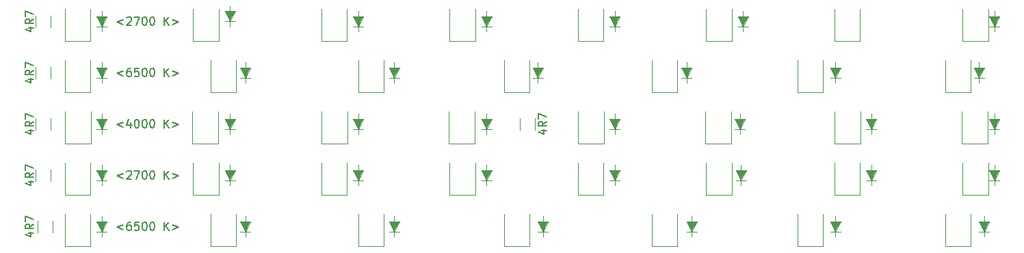
<source format=gbr>
%TF.GenerationSoftware,KiCad,Pcbnew,(5.1.9)-1*%
%TF.CreationDate,2021-11-26T10:49:09-06:00*%
%TF.ProjectId,Tri-Color-Panel,5472692d-436f-46c6-9f72-2d50616e656c,rev?*%
%TF.SameCoordinates,Original*%
%TF.FileFunction,Legend,Top*%
%TF.FilePolarity,Positive*%
%FSLAX46Y46*%
G04 Gerber Fmt 4.6, Leading zero omitted, Abs format (unit mm)*
G04 Created by KiCad (PCBNEW (5.1.9)-1) date 2021-11-26 10:49:09*
%MOMM*%
%LPD*%
G01*
G04 APERTURE LIST*
%ADD10C,0.100000*%
%ADD11C,0.120000*%
%ADD12C,0.150000*%
G04 APERTURE END LIST*
D10*
G36*
X172466000Y-99060000D02*
G01*
X171831000Y-97790000D01*
X173101000Y-97790000D01*
X172466000Y-99060000D01*
G37*
X172466000Y-99060000D02*
X171831000Y-97790000D01*
X173101000Y-97790000D01*
X172466000Y-99060000D01*
D11*
X171831000Y-99060000D02*
X173101000Y-99060000D01*
X172466000Y-97155000D02*
X172466000Y-99695000D01*
D10*
G36*
X172339000Y-92710000D02*
G01*
X171704000Y-91440000D01*
X172974000Y-91440000D01*
X172339000Y-92710000D01*
G37*
X172339000Y-92710000D02*
X171704000Y-91440000D01*
X172974000Y-91440000D01*
X172339000Y-92710000D01*
D11*
X171704000Y-92710000D02*
X172974000Y-92710000D01*
X172339000Y-90805000D02*
X172339000Y-93345000D01*
D12*
X96036190Y-104560714D02*
X95274285Y-104846428D01*
X96036190Y-105132142D01*
X96940952Y-104227380D02*
X96750476Y-104227380D01*
X96655238Y-104275000D01*
X96607619Y-104322619D01*
X96512380Y-104465476D01*
X96464761Y-104655952D01*
X96464761Y-105036904D01*
X96512380Y-105132142D01*
X96560000Y-105179761D01*
X96655238Y-105227380D01*
X96845714Y-105227380D01*
X96940952Y-105179761D01*
X96988571Y-105132142D01*
X97036190Y-105036904D01*
X97036190Y-104798809D01*
X96988571Y-104703571D01*
X96940952Y-104655952D01*
X96845714Y-104608333D01*
X96655238Y-104608333D01*
X96560000Y-104655952D01*
X96512380Y-104703571D01*
X96464761Y-104798809D01*
X97940952Y-104227380D02*
X97464761Y-104227380D01*
X97417142Y-104703571D01*
X97464761Y-104655952D01*
X97560000Y-104608333D01*
X97798095Y-104608333D01*
X97893333Y-104655952D01*
X97940952Y-104703571D01*
X97988571Y-104798809D01*
X97988571Y-105036904D01*
X97940952Y-105132142D01*
X97893333Y-105179761D01*
X97798095Y-105227380D01*
X97560000Y-105227380D01*
X97464761Y-105179761D01*
X97417142Y-105132142D01*
X98607619Y-104227380D02*
X98702857Y-104227380D01*
X98798095Y-104275000D01*
X98845714Y-104322619D01*
X98893333Y-104417857D01*
X98940952Y-104608333D01*
X98940952Y-104846428D01*
X98893333Y-105036904D01*
X98845714Y-105132142D01*
X98798095Y-105179761D01*
X98702857Y-105227380D01*
X98607619Y-105227380D01*
X98512380Y-105179761D01*
X98464761Y-105132142D01*
X98417142Y-105036904D01*
X98369523Y-104846428D01*
X98369523Y-104608333D01*
X98417142Y-104417857D01*
X98464761Y-104322619D01*
X98512380Y-104275000D01*
X98607619Y-104227380D01*
X99560000Y-104227380D02*
X99655238Y-104227380D01*
X99750476Y-104275000D01*
X99798095Y-104322619D01*
X99845714Y-104417857D01*
X99893333Y-104608333D01*
X99893333Y-104846428D01*
X99845714Y-105036904D01*
X99798095Y-105132142D01*
X99750476Y-105179761D01*
X99655238Y-105227380D01*
X99560000Y-105227380D01*
X99464761Y-105179761D01*
X99417142Y-105132142D01*
X99369523Y-105036904D01*
X99321904Y-104846428D01*
X99321904Y-104608333D01*
X99369523Y-104417857D01*
X99417142Y-104322619D01*
X99464761Y-104275000D01*
X99560000Y-104227380D01*
X101083809Y-105227380D02*
X101083809Y-104227380D01*
X101655238Y-105227380D02*
X101226666Y-104655952D01*
X101655238Y-104227380D02*
X101083809Y-104798809D01*
X102083809Y-104560714D02*
X102845714Y-104846428D01*
X102083809Y-105132142D01*
X96036190Y-98210714D02*
X95274285Y-98496428D01*
X96036190Y-98782142D01*
X96464761Y-97972619D02*
X96512380Y-97925000D01*
X96607619Y-97877380D01*
X96845714Y-97877380D01*
X96940952Y-97925000D01*
X96988571Y-97972619D01*
X97036190Y-98067857D01*
X97036190Y-98163095D01*
X96988571Y-98305952D01*
X96417142Y-98877380D01*
X97036190Y-98877380D01*
X97369523Y-97877380D02*
X98036190Y-97877380D01*
X97607619Y-98877380D01*
X98607619Y-97877380D02*
X98702857Y-97877380D01*
X98798095Y-97925000D01*
X98845714Y-97972619D01*
X98893333Y-98067857D01*
X98940952Y-98258333D01*
X98940952Y-98496428D01*
X98893333Y-98686904D01*
X98845714Y-98782142D01*
X98798095Y-98829761D01*
X98702857Y-98877380D01*
X98607619Y-98877380D01*
X98512380Y-98829761D01*
X98464761Y-98782142D01*
X98417142Y-98686904D01*
X98369523Y-98496428D01*
X98369523Y-98258333D01*
X98417142Y-98067857D01*
X98464761Y-97972619D01*
X98512380Y-97925000D01*
X98607619Y-97877380D01*
X99560000Y-97877380D02*
X99655238Y-97877380D01*
X99750476Y-97925000D01*
X99798095Y-97972619D01*
X99845714Y-98067857D01*
X99893333Y-98258333D01*
X99893333Y-98496428D01*
X99845714Y-98686904D01*
X99798095Y-98782142D01*
X99750476Y-98829761D01*
X99655238Y-98877380D01*
X99560000Y-98877380D01*
X99464761Y-98829761D01*
X99417142Y-98782142D01*
X99369523Y-98686904D01*
X99321904Y-98496428D01*
X99321904Y-98258333D01*
X99369523Y-98067857D01*
X99417142Y-97972619D01*
X99464761Y-97925000D01*
X99560000Y-97877380D01*
X101083809Y-98877380D02*
X101083809Y-97877380D01*
X101655238Y-98877380D02*
X101226666Y-98305952D01*
X101655238Y-97877380D02*
X101083809Y-98448809D01*
X102083809Y-98210714D02*
X102845714Y-98496428D01*
X102083809Y-98782142D01*
X96036190Y-91860714D02*
X95274285Y-92146428D01*
X96036190Y-92432142D01*
X96940952Y-91860714D02*
X96940952Y-92527380D01*
X96702857Y-91479761D02*
X96464761Y-92194047D01*
X97083809Y-92194047D01*
X97655238Y-91527380D02*
X97750476Y-91527380D01*
X97845714Y-91575000D01*
X97893333Y-91622619D01*
X97940952Y-91717857D01*
X97988571Y-91908333D01*
X97988571Y-92146428D01*
X97940952Y-92336904D01*
X97893333Y-92432142D01*
X97845714Y-92479761D01*
X97750476Y-92527380D01*
X97655238Y-92527380D01*
X97560000Y-92479761D01*
X97512380Y-92432142D01*
X97464761Y-92336904D01*
X97417142Y-92146428D01*
X97417142Y-91908333D01*
X97464761Y-91717857D01*
X97512380Y-91622619D01*
X97560000Y-91575000D01*
X97655238Y-91527380D01*
X98607619Y-91527380D02*
X98702857Y-91527380D01*
X98798095Y-91575000D01*
X98845714Y-91622619D01*
X98893333Y-91717857D01*
X98940952Y-91908333D01*
X98940952Y-92146428D01*
X98893333Y-92336904D01*
X98845714Y-92432142D01*
X98798095Y-92479761D01*
X98702857Y-92527380D01*
X98607619Y-92527380D01*
X98512380Y-92479761D01*
X98464761Y-92432142D01*
X98417142Y-92336904D01*
X98369523Y-92146428D01*
X98369523Y-91908333D01*
X98417142Y-91717857D01*
X98464761Y-91622619D01*
X98512380Y-91575000D01*
X98607619Y-91527380D01*
X99560000Y-91527380D02*
X99655238Y-91527380D01*
X99750476Y-91575000D01*
X99798095Y-91622619D01*
X99845714Y-91717857D01*
X99893333Y-91908333D01*
X99893333Y-92146428D01*
X99845714Y-92336904D01*
X99798095Y-92432142D01*
X99750476Y-92479761D01*
X99655238Y-92527380D01*
X99560000Y-92527380D01*
X99464761Y-92479761D01*
X99417142Y-92432142D01*
X99369523Y-92336904D01*
X99321904Y-92146428D01*
X99321904Y-91908333D01*
X99369523Y-91717857D01*
X99417142Y-91622619D01*
X99464761Y-91575000D01*
X99560000Y-91527380D01*
X101083809Y-92527380D02*
X101083809Y-91527380D01*
X101655238Y-92527380D02*
X101226666Y-91955952D01*
X101655238Y-91527380D02*
X101083809Y-92098809D01*
X102083809Y-91860714D02*
X102845714Y-92146428D01*
X102083809Y-92432142D01*
X96036190Y-85510714D02*
X95274285Y-85796428D01*
X96036190Y-86082142D01*
X96940952Y-85177380D02*
X96750476Y-85177380D01*
X96655238Y-85225000D01*
X96607619Y-85272619D01*
X96512380Y-85415476D01*
X96464761Y-85605952D01*
X96464761Y-85986904D01*
X96512380Y-86082142D01*
X96560000Y-86129761D01*
X96655238Y-86177380D01*
X96845714Y-86177380D01*
X96940952Y-86129761D01*
X96988571Y-86082142D01*
X97036190Y-85986904D01*
X97036190Y-85748809D01*
X96988571Y-85653571D01*
X96940952Y-85605952D01*
X96845714Y-85558333D01*
X96655238Y-85558333D01*
X96560000Y-85605952D01*
X96512380Y-85653571D01*
X96464761Y-85748809D01*
X97940952Y-85177380D02*
X97464761Y-85177380D01*
X97417142Y-85653571D01*
X97464761Y-85605952D01*
X97560000Y-85558333D01*
X97798095Y-85558333D01*
X97893333Y-85605952D01*
X97940952Y-85653571D01*
X97988571Y-85748809D01*
X97988571Y-85986904D01*
X97940952Y-86082142D01*
X97893333Y-86129761D01*
X97798095Y-86177380D01*
X97560000Y-86177380D01*
X97464761Y-86129761D01*
X97417142Y-86082142D01*
X98607619Y-85177380D02*
X98702857Y-85177380D01*
X98798095Y-85225000D01*
X98845714Y-85272619D01*
X98893333Y-85367857D01*
X98940952Y-85558333D01*
X98940952Y-85796428D01*
X98893333Y-85986904D01*
X98845714Y-86082142D01*
X98798095Y-86129761D01*
X98702857Y-86177380D01*
X98607619Y-86177380D01*
X98512380Y-86129761D01*
X98464761Y-86082142D01*
X98417142Y-85986904D01*
X98369523Y-85796428D01*
X98369523Y-85558333D01*
X98417142Y-85367857D01*
X98464761Y-85272619D01*
X98512380Y-85225000D01*
X98607619Y-85177380D01*
X99560000Y-85177380D02*
X99655238Y-85177380D01*
X99750476Y-85225000D01*
X99798095Y-85272619D01*
X99845714Y-85367857D01*
X99893333Y-85558333D01*
X99893333Y-85796428D01*
X99845714Y-85986904D01*
X99798095Y-86082142D01*
X99750476Y-86129761D01*
X99655238Y-86177380D01*
X99560000Y-86177380D01*
X99464761Y-86129761D01*
X99417142Y-86082142D01*
X99369523Y-85986904D01*
X99321904Y-85796428D01*
X99321904Y-85558333D01*
X99369523Y-85367857D01*
X99417142Y-85272619D01*
X99464761Y-85225000D01*
X99560000Y-85177380D01*
X101083809Y-86177380D02*
X101083809Y-85177380D01*
X101655238Y-86177380D02*
X101226666Y-85605952D01*
X101655238Y-85177380D02*
X101083809Y-85748809D01*
X102083809Y-85510714D02*
X102845714Y-85796428D01*
X102083809Y-86082142D01*
X96036190Y-79160714D02*
X95274285Y-79446428D01*
X96036190Y-79732142D01*
X96464761Y-78922619D02*
X96512380Y-78875000D01*
X96607619Y-78827380D01*
X96845714Y-78827380D01*
X96940952Y-78875000D01*
X96988571Y-78922619D01*
X97036190Y-79017857D01*
X97036190Y-79113095D01*
X96988571Y-79255952D01*
X96417142Y-79827380D01*
X97036190Y-79827380D01*
X97369523Y-78827380D02*
X98036190Y-78827380D01*
X97607619Y-79827380D01*
X98607619Y-78827380D02*
X98702857Y-78827380D01*
X98798095Y-78875000D01*
X98845714Y-78922619D01*
X98893333Y-79017857D01*
X98940952Y-79208333D01*
X98940952Y-79446428D01*
X98893333Y-79636904D01*
X98845714Y-79732142D01*
X98798095Y-79779761D01*
X98702857Y-79827380D01*
X98607619Y-79827380D01*
X98512380Y-79779761D01*
X98464761Y-79732142D01*
X98417142Y-79636904D01*
X98369523Y-79446428D01*
X98369523Y-79208333D01*
X98417142Y-79017857D01*
X98464761Y-78922619D01*
X98512380Y-78875000D01*
X98607619Y-78827380D01*
X99560000Y-78827380D02*
X99655238Y-78827380D01*
X99750476Y-78875000D01*
X99798095Y-78922619D01*
X99845714Y-79017857D01*
X99893333Y-79208333D01*
X99893333Y-79446428D01*
X99845714Y-79636904D01*
X99798095Y-79732142D01*
X99750476Y-79779761D01*
X99655238Y-79827380D01*
X99560000Y-79827380D01*
X99464761Y-79779761D01*
X99417142Y-79732142D01*
X99369523Y-79636904D01*
X99321904Y-79446428D01*
X99321904Y-79208333D01*
X99369523Y-79017857D01*
X99417142Y-78922619D01*
X99464761Y-78875000D01*
X99560000Y-78827380D01*
X101083809Y-79827380D02*
X101083809Y-78827380D01*
X101655238Y-79827380D02*
X101226666Y-79255952D01*
X101655238Y-78827380D02*
X101083809Y-79398809D01*
X102083809Y-79160714D02*
X102845714Y-79446428D01*
X102083809Y-79732142D01*
D11*
X201930000Y-105410000D02*
X203200000Y-105410000D01*
D10*
G36*
X202565000Y-105410000D02*
G01*
X201930000Y-104140000D01*
X203200000Y-104140000D01*
X202565000Y-105410000D01*
G37*
X202565000Y-105410000D02*
X201930000Y-104140000D01*
X203200000Y-104140000D01*
X202565000Y-105410000D01*
D11*
X202565000Y-103505000D02*
X202565000Y-106045000D01*
X203200000Y-80010000D02*
X204470000Y-80010000D01*
D10*
G36*
X203835000Y-80010000D02*
G01*
X203200000Y-78740000D01*
X204470000Y-78740000D01*
X203835000Y-80010000D01*
G37*
X203835000Y-80010000D02*
X203200000Y-78740000D01*
X204470000Y-78740000D01*
X203835000Y-80010000D01*
D11*
X203835000Y-78105000D02*
X203835000Y-80645000D01*
X201295000Y-86360000D02*
X202565000Y-86360000D01*
D10*
G36*
X201930000Y-86360000D02*
G01*
X201295000Y-85090000D01*
X202565000Y-85090000D01*
X201930000Y-86360000D01*
G37*
X201930000Y-86360000D02*
X201295000Y-85090000D01*
X202565000Y-85090000D01*
X201930000Y-86360000D01*
D11*
X201930000Y-84455000D02*
X201930000Y-86995000D01*
X203200000Y-92710000D02*
X204470000Y-92710000D01*
D10*
G36*
X203835000Y-92710000D02*
G01*
X203200000Y-91440000D01*
X204470000Y-91440000D01*
X203835000Y-92710000D01*
G37*
X203835000Y-92710000D02*
X203200000Y-91440000D01*
X204470000Y-91440000D01*
X203835000Y-92710000D01*
D11*
X203835000Y-90805000D02*
X203835000Y-93345000D01*
X203200000Y-99060000D02*
X204470000Y-99060000D01*
D10*
G36*
X203835000Y-99060000D02*
G01*
X203200000Y-97790000D01*
X204470000Y-97790000D01*
X203835000Y-99060000D01*
G37*
X203835000Y-99060000D02*
X203200000Y-97790000D01*
X204470000Y-97790000D01*
X203835000Y-99060000D01*
D11*
X203835000Y-97155000D02*
X203835000Y-99695000D01*
X183515000Y-105410000D02*
X184785000Y-105410000D01*
D10*
G36*
X184150000Y-105410000D02*
G01*
X183515000Y-104140000D01*
X184785000Y-104140000D01*
X184150000Y-105410000D01*
G37*
X184150000Y-105410000D02*
X183515000Y-104140000D01*
X184785000Y-104140000D01*
X184150000Y-105410000D01*
D11*
X184150000Y-103505000D02*
X184150000Y-106045000D01*
X187960000Y-99060000D02*
X189230000Y-99060000D01*
D10*
G36*
X188595000Y-99060000D02*
G01*
X187960000Y-97790000D01*
X189230000Y-97790000D01*
X188595000Y-99060000D01*
G37*
X188595000Y-99060000D02*
X187960000Y-97790000D01*
X189230000Y-97790000D01*
X188595000Y-99060000D01*
D11*
X188595000Y-97155000D02*
X188595000Y-99695000D01*
X187960000Y-92710000D02*
X189230000Y-92710000D01*
D10*
G36*
X188595000Y-92710000D02*
G01*
X187960000Y-91440000D01*
X189230000Y-91440000D01*
X188595000Y-92710000D01*
G37*
X188595000Y-92710000D02*
X187960000Y-91440000D01*
X189230000Y-91440000D01*
X188595000Y-92710000D01*
D11*
X188595000Y-90805000D02*
X188595000Y-93345000D01*
X183515000Y-86360000D02*
X184785000Y-86360000D01*
D10*
G36*
X184150000Y-86360000D02*
G01*
X183515000Y-85090000D01*
X184785000Y-85090000D01*
X184150000Y-86360000D01*
G37*
X184150000Y-86360000D02*
X183515000Y-85090000D01*
X184785000Y-85090000D01*
X184150000Y-86360000D01*
D11*
X184150000Y-84455000D02*
X184150000Y-86995000D01*
X146685000Y-86360000D02*
X147955000Y-86360000D01*
D10*
G36*
X147320000Y-86360000D02*
G01*
X146685000Y-85090000D01*
X147955000Y-85090000D01*
X147320000Y-86360000D01*
G37*
X147320000Y-86360000D02*
X146685000Y-85090000D01*
X147955000Y-85090000D01*
X147320000Y-86360000D01*
D11*
X147320000Y-84455000D02*
X147320000Y-86995000D01*
X172085000Y-80010000D02*
X173355000Y-80010000D01*
D10*
G36*
X172720000Y-80010000D02*
G01*
X172085000Y-78740000D01*
X173355000Y-78740000D01*
X172720000Y-80010000D01*
G37*
X172720000Y-80010000D02*
X172085000Y-78740000D01*
X173355000Y-78740000D01*
X172720000Y-80010000D01*
D11*
X172720000Y-78105000D02*
X172720000Y-80645000D01*
X165100000Y-86360000D02*
X166370000Y-86360000D01*
D10*
G36*
X165735000Y-86360000D02*
G01*
X165100000Y-85090000D01*
X166370000Y-85090000D01*
X165735000Y-86360000D01*
G37*
X165735000Y-86360000D02*
X165100000Y-85090000D01*
X166370000Y-85090000D01*
X165735000Y-86360000D01*
D11*
X165735000Y-84455000D02*
X165735000Y-86995000D01*
X156210000Y-80010000D02*
X157480000Y-80010000D01*
D10*
G36*
X156845000Y-80010000D02*
G01*
X156210000Y-78740000D01*
X157480000Y-78740000D01*
X156845000Y-80010000D01*
G37*
X156845000Y-80010000D02*
X156210000Y-78740000D01*
X157480000Y-78740000D01*
X156845000Y-80010000D01*
D11*
X156845000Y-78105000D02*
X156845000Y-80645000D01*
X140335000Y-80010000D02*
X141605000Y-80010000D01*
D10*
G36*
X140970000Y-80010000D02*
G01*
X140335000Y-78740000D01*
X141605000Y-78740000D01*
X140970000Y-80010000D01*
G37*
X140970000Y-80010000D02*
X140335000Y-78740000D01*
X141605000Y-78740000D01*
X140970000Y-80010000D01*
D11*
X140970000Y-78105000D02*
X140970000Y-80645000D01*
X156210000Y-92710000D02*
X157480000Y-92710000D01*
D10*
G36*
X156845000Y-92710000D02*
G01*
X156210000Y-91440000D01*
X157480000Y-91440000D01*
X156845000Y-92710000D01*
G37*
X156845000Y-92710000D02*
X156210000Y-91440000D01*
X157480000Y-91440000D01*
X156845000Y-92710000D01*
D11*
X156845000Y-90805000D02*
X156845000Y-93345000D01*
X156210000Y-99060000D02*
X157480000Y-99060000D01*
D10*
G36*
X156845000Y-99060000D02*
G01*
X156210000Y-97790000D01*
X157480000Y-97790000D01*
X156845000Y-99060000D01*
G37*
X156845000Y-99060000D02*
X156210000Y-97790000D01*
X157480000Y-97790000D01*
X156845000Y-99060000D01*
D11*
X156845000Y-97155000D02*
X156845000Y-99695000D01*
X165735000Y-105410000D02*
X167005000Y-105410000D01*
D10*
G36*
X166370000Y-105410000D02*
G01*
X165735000Y-104140000D01*
X167005000Y-104140000D01*
X166370000Y-105410000D01*
G37*
X166370000Y-105410000D02*
X165735000Y-104140000D01*
X167005000Y-104140000D01*
X166370000Y-105410000D01*
D11*
X166370000Y-103505000D02*
X166370000Y-106045000D01*
X147320000Y-105410000D02*
X148590000Y-105410000D01*
D10*
G36*
X147955000Y-105410000D02*
G01*
X147320000Y-104140000D01*
X148590000Y-104140000D01*
X147955000Y-105410000D01*
G37*
X147955000Y-105410000D02*
X147320000Y-104140000D01*
X148590000Y-104140000D01*
X147955000Y-105410000D01*
D11*
X147955000Y-103505000D02*
X147955000Y-106045000D01*
X92710000Y-105410000D02*
X93980000Y-105410000D01*
D10*
G36*
X93345000Y-105410000D02*
G01*
X92710000Y-104140000D01*
X93980000Y-104140000D01*
X93345000Y-105410000D01*
G37*
X93345000Y-105410000D02*
X92710000Y-104140000D01*
X93980000Y-104140000D01*
X93345000Y-105410000D01*
D11*
X93345000Y-103505000D02*
X93345000Y-106045000D01*
X140335000Y-92710000D02*
X141605000Y-92710000D01*
D10*
G36*
X140970000Y-92710000D02*
G01*
X140335000Y-91440000D01*
X141605000Y-91440000D01*
X140970000Y-92710000D01*
G37*
X140970000Y-92710000D02*
X140335000Y-91440000D01*
X141605000Y-91440000D01*
X140970000Y-92710000D01*
D11*
X140970000Y-90805000D02*
X140970000Y-93345000D01*
X140335000Y-99060000D02*
X141605000Y-99060000D01*
D10*
G36*
X140970000Y-99060000D02*
G01*
X140335000Y-97790000D01*
X141605000Y-97790000D01*
X140970000Y-99060000D01*
G37*
X140970000Y-99060000D02*
X140335000Y-97790000D01*
X141605000Y-97790000D01*
X140970000Y-99060000D01*
D11*
X140970000Y-97155000D02*
X140970000Y-99695000D01*
X128905000Y-105410000D02*
X130175000Y-105410000D01*
D10*
G36*
X129540000Y-105410000D02*
G01*
X128905000Y-104140000D01*
X130175000Y-104140000D01*
X129540000Y-105410000D01*
G37*
X129540000Y-105410000D02*
X128905000Y-104140000D01*
X130175000Y-104140000D01*
X129540000Y-105410000D01*
D11*
X129540000Y-103505000D02*
X129540000Y-106045000D01*
X124460000Y-99060000D02*
X125730000Y-99060000D01*
D10*
G36*
X125095000Y-99060000D02*
G01*
X124460000Y-97790000D01*
X125730000Y-97790000D01*
X125095000Y-99060000D01*
G37*
X125095000Y-99060000D02*
X124460000Y-97790000D01*
X125730000Y-97790000D01*
X125095000Y-99060000D01*
D11*
X125095000Y-97155000D02*
X125095000Y-99695000D01*
X124460000Y-92710000D02*
X125730000Y-92710000D01*
D10*
G36*
X125095000Y-92710000D02*
G01*
X124460000Y-91440000D01*
X125730000Y-91440000D01*
X125095000Y-92710000D01*
G37*
X125095000Y-92710000D02*
X124460000Y-91440000D01*
X125730000Y-91440000D01*
X125095000Y-92710000D01*
D11*
X125095000Y-90805000D02*
X125095000Y-93345000D01*
X128905000Y-86360000D02*
X130175000Y-86360000D01*
D10*
G36*
X129540000Y-86360000D02*
G01*
X128905000Y-85090000D01*
X130175000Y-85090000D01*
X129540000Y-86360000D01*
G37*
X129540000Y-86360000D02*
X128905000Y-85090000D01*
X130175000Y-85090000D01*
X129540000Y-86360000D01*
D11*
X129540000Y-84455000D02*
X129540000Y-86995000D01*
X124460000Y-80010000D02*
X125730000Y-80010000D01*
D10*
G36*
X125095000Y-80010000D02*
G01*
X124460000Y-78740000D01*
X125730000Y-78740000D01*
X125095000Y-80010000D01*
G37*
X125095000Y-80010000D02*
X124460000Y-78740000D01*
X125730000Y-78740000D01*
X125095000Y-80010000D01*
D11*
X125095000Y-78105000D02*
X125095000Y-80645000D01*
X108585000Y-79375000D02*
X109855000Y-79375000D01*
D10*
G36*
X109220000Y-79375000D02*
G01*
X108585000Y-78105000D01*
X109855000Y-78105000D01*
X109220000Y-79375000D01*
G37*
X109220000Y-79375000D02*
X108585000Y-78105000D01*
X109855000Y-78105000D01*
X109220000Y-79375000D01*
D11*
X109220000Y-77470000D02*
X109220000Y-80010000D01*
X110490000Y-86360000D02*
X111760000Y-86360000D01*
D10*
G36*
X111125000Y-86360000D02*
G01*
X110490000Y-85090000D01*
X111760000Y-85090000D01*
X111125000Y-86360000D01*
G37*
X111125000Y-86360000D02*
X110490000Y-85090000D01*
X111760000Y-85090000D01*
X111125000Y-86360000D01*
D11*
X111125000Y-84455000D02*
X111125000Y-86995000D01*
X108585000Y-92710000D02*
X109855000Y-92710000D01*
D10*
G36*
X109220000Y-92710000D02*
G01*
X108585000Y-91440000D01*
X109855000Y-91440000D01*
X109220000Y-92710000D01*
G37*
X109220000Y-92710000D02*
X108585000Y-91440000D01*
X109855000Y-91440000D01*
X109220000Y-92710000D01*
D11*
X109220000Y-90805000D02*
X109220000Y-93345000D01*
X108585000Y-99060000D02*
X109855000Y-99060000D01*
D10*
G36*
X109220000Y-99060000D02*
G01*
X108585000Y-97790000D01*
X109855000Y-97790000D01*
X109220000Y-99060000D01*
G37*
X109220000Y-99060000D02*
X108585000Y-97790000D01*
X109855000Y-97790000D01*
X109220000Y-99060000D01*
D11*
X109220000Y-97155000D02*
X109220000Y-99695000D01*
X110490000Y-105410000D02*
X111760000Y-105410000D01*
D10*
G36*
X111125000Y-105410000D02*
G01*
X110490000Y-104140000D01*
X111760000Y-104140000D01*
X111125000Y-105410000D01*
G37*
X111125000Y-105410000D02*
X110490000Y-104140000D01*
X111760000Y-104140000D01*
X111125000Y-105410000D01*
D11*
X111125000Y-103505000D02*
X111125000Y-106045000D01*
X92710000Y-99060000D02*
X93980000Y-99060000D01*
D10*
G36*
X93345000Y-99060000D02*
G01*
X92710000Y-97790000D01*
X93980000Y-97790000D01*
X93345000Y-99060000D01*
G37*
X93345000Y-99060000D02*
X92710000Y-97790000D01*
X93980000Y-97790000D01*
X93345000Y-99060000D01*
D11*
X93345000Y-97155000D02*
X93345000Y-99695000D01*
X92710000Y-92710000D02*
X93980000Y-92710000D01*
D10*
G36*
X93345000Y-92710000D02*
G01*
X92710000Y-91440000D01*
X93980000Y-91440000D01*
X93345000Y-92710000D01*
G37*
X93345000Y-92710000D02*
X92710000Y-91440000D01*
X93980000Y-91440000D01*
X93345000Y-92710000D01*
D11*
X93345000Y-90805000D02*
X93345000Y-93345000D01*
X92710000Y-86360000D02*
X93980000Y-86360000D01*
D10*
G36*
X93345000Y-86360000D02*
G01*
X92710000Y-85090000D01*
X93980000Y-85090000D01*
X93345000Y-86360000D01*
G37*
X93345000Y-86360000D02*
X92710000Y-85090000D01*
X93980000Y-85090000D01*
X93345000Y-86360000D01*
D11*
X93345000Y-84455000D02*
X93345000Y-86995000D01*
X93345000Y-78105000D02*
X93345000Y-80645000D01*
X92710000Y-80010000D02*
X93980000Y-80010000D01*
D10*
G36*
X93345000Y-80010000D02*
G01*
X92710000Y-78740000D01*
X93980000Y-78740000D01*
X93345000Y-80010000D01*
G37*
X93345000Y-80010000D02*
X92710000Y-78740000D01*
X93980000Y-78740000D01*
X93345000Y-80010000D01*
D11*
%TO.C,D1*%
X91972500Y-81835000D02*
X91972500Y-77775000D01*
X88802500Y-81835000D02*
X91972500Y-81835000D01*
X88802500Y-77775000D02*
X88802500Y-81835000D01*
%TO.C,D2*%
X107847500Y-81835000D02*
X107847500Y-77775000D01*
X104677500Y-81835000D02*
X107847500Y-81835000D01*
X104677500Y-77775000D02*
X104677500Y-81835000D01*
%TO.C,D3*%
X120552500Y-77775000D02*
X120552500Y-81835000D01*
X120552500Y-81835000D02*
X123722500Y-81835000D01*
X123722500Y-81835000D02*
X123722500Y-77775000D01*
%TO.C,D4*%
X139597500Y-81835000D02*
X139597500Y-77775000D01*
X136427500Y-81835000D02*
X139597500Y-81835000D01*
X136427500Y-77775000D02*
X136427500Y-81835000D01*
%TO.C,D5*%
X152302500Y-77775000D02*
X152302500Y-81835000D01*
X152302500Y-81835000D02*
X155472500Y-81835000D01*
X155472500Y-81835000D02*
X155472500Y-77775000D01*
%TO.C,D6*%
X171347500Y-81835000D02*
X171347500Y-77775000D01*
X168177500Y-81835000D02*
X171347500Y-81835000D01*
X168177500Y-77775000D02*
X168177500Y-81835000D01*
%TO.C,D7*%
X184052500Y-77775000D02*
X184052500Y-81835000D01*
X184052500Y-81835000D02*
X187222500Y-81835000D01*
X187222500Y-81835000D02*
X187222500Y-77775000D01*
%TO.C,D8*%
X203097500Y-81835000D02*
X203097500Y-77775000D01*
X199927500Y-81835000D02*
X203097500Y-81835000D01*
X199927500Y-77775000D02*
X199927500Y-81835000D01*
%TO.C,D9*%
X91972500Y-100885000D02*
X91972500Y-96825000D01*
X88802500Y-100885000D02*
X91972500Y-100885000D01*
X88802500Y-96825000D02*
X88802500Y-100885000D01*
%TO.C,D10*%
X104677500Y-96825000D02*
X104677500Y-100885000D01*
X104677500Y-100885000D02*
X107847500Y-100885000D01*
X107847500Y-100885000D02*
X107847500Y-96825000D01*
%TO.C,D11*%
X123722500Y-100885000D02*
X123722500Y-96825000D01*
X120552500Y-100885000D02*
X123722500Y-100885000D01*
X120552500Y-96825000D02*
X120552500Y-100885000D01*
%TO.C,D12*%
X139597500Y-100885000D02*
X139597500Y-96825000D01*
X136427500Y-100885000D02*
X139597500Y-100885000D01*
X136427500Y-96825000D02*
X136427500Y-100885000D01*
%TO.C,D13*%
X152302500Y-96825000D02*
X152302500Y-100885000D01*
X152302500Y-100885000D02*
X155472500Y-100885000D01*
X155472500Y-100885000D02*
X155472500Y-96825000D01*
%TO.C,D14*%
X168177500Y-96825000D02*
X168177500Y-100885000D01*
X168177500Y-100885000D02*
X171347500Y-100885000D01*
X171347500Y-100885000D02*
X171347500Y-96825000D01*
%TO.C,D15*%
X187222500Y-100885000D02*
X187222500Y-96825000D01*
X184052500Y-100885000D02*
X187222500Y-100885000D01*
X184052500Y-96825000D02*
X184052500Y-100885000D01*
%TO.C,D16*%
X199927500Y-96825000D02*
X199927500Y-100885000D01*
X199927500Y-100885000D02*
X203097500Y-100885000D01*
X203097500Y-100885000D02*
X203097500Y-96825000D01*
%TO.C,D17*%
X88802500Y-84125000D02*
X88802500Y-88185000D01*
X88802500Y-88185000D02*
X91972500Y-88185000D01*
X91972500Y-88185000D02*
X91972500Y-84125000D01*
%TO.C,D18*%
X106836500Y-84125000D02*
X106836500Y-88185000D01*
X106836500Y-88185000D02*
X110006500Y-88185000D01*
X110006500Y-88185000D02*
X110006500Y-84125000D01*
%TO.C,D19*%
X125124500Y-84125000D02*
X125124500Y-88185000D01*
X125124500Y-88185000D02*
X128294500Y-88185000D01*
X128294500Y-88185000D02*
X128294500Y-84125000D01*
%TO.C,D20*%
X143158500Y-84125000D02*
X143158500Y-88185000D01*
X143158500Y-88185000D02*
X146328500Y-88185000D01*
X146328500Y-88185000D02*
X146328500Y-84125000D01*
%TO.C,D21*%
X164616500Y-88185000D02*
X164616500Y-84125000D01*
X161446500Y-88185000D02*
X164616500Y-88185000D01*
X161446500Y-84125000D02*
X161446500Y-88185000D01*
%TO.C,D22*%
X179480500Y-84125000D02*
X179480500Y-88185000D01*
X179480500Y-88185000D02*
X182650500Y-88185000D01*
X182650500Y-88185000D02*
X182650500Y-84125000D01*
%TO.C,D23*%
X200938500Y-88185000D02*
X200938500Y-84125000D01*
X197768500Y-88185000D02*
X200938500Y-88185000D01*
X197768500Y-84125000D02*
X197768500Y-88185000D01*
%TO.C,D24*%
X91972500Y-107235000D02*
X91972500Y-103175000D01*
X88802500Y-107235000D02*
X91972500Y-107235000D01*
X88802500Y-103175000D02*
X88802500Y-107235000D01*
%TO.C,D25*%
X106836500Y-103175000D02*
X106836500Y-107235000D01*
X106836500Y-107235000D02*
X110006500Y-107235000D01*
X110006500Y-107235000D02*
X110006500Y-103175000D01*
%TO.C,D26*%
X128294500Y-107235000D02*
X128294500Y-103175000D01*
X125124500Y-107235000D02*
X128294500Y-107235000D01*
X125124500Y-103175000D02*
X125124500Y-107235000D01*
%TO.C,D27*%
X143158500Y-103175000D02*
X143158500Y-107235000D01*
X143158500Y-107235000D02*
X146328500Y-107235000D01*
X146328500Y-107235000D02*
X146328500Y-103175000D01*
%TO.C,D28*%
X164616500Y-107235000D02*
X164616500Y-103175000D01*
X161446500Y-107235000D02*
X164616500Y-107235000D01*
X161446500Y-103175000D02*
X161446500Y-107235000D01*
%TO.C,D29*%
X179480500Y-103175000D02*
X179480500Y-107235000D01*
X179480500Y-107235000D02*
X182650500Y-107235000D01*
X182650500Y-107235000D02*
X182650500Y-103175000D01*
%TO.C,D30*%
X200938500Y-107235000D02*
X200938500Y-103175000D01*
X197768500Y-107235000D02*
X200938500Y-107235000D01*
X197768500Y-103175000D02*
X197768500Y-107235000D01*
%TO.C,D31*%
X92009000Y-94535000D02*
X92009000Y-90475000D01*
X88839000Y-94535000D02*
X92009000Y-94535000D01*
X88839000Y-90475000D02*
X88839000Y-94535000D01*
%TO.C,D32*%
X104587000Y-90475000D02*
X104587000Y-94535000D01*
X104587000Y-94535000D02*
X107757000Y-94535000D01*
X107757000Y-94535000D02*
X107757000Y-90475000D01*
%TO.C,D33*%
X123759000Y-94535000D02*
X123759000Y-90475000D01*
X120589000Y-94535000D02*
X123759000Y-94535000D01*
X120589000Y-90475000D02*
X120589000Y-94535000D01*
%TO.C,D34*%
X136337000Y-90475000D02*
X136337000Y-94535000D01*
X136337000Y-94535000D02*
X139507000Y-94535000D01*
X139507000Y-94535000D02*
X139507000Y-90475000D01*
%TO.C,D35*%
X152339000Y-90475000D02*
X152339000Y-94535000D01*
X152339000Y-94535000D02*
X155509000Y-94535000D01*
X155509000Y-94535000D02*
X155509000Y-90475000D01*
%TO.C,D36*%
X171257000Y-94535000D02*
X171257000Y-90475000D01*
X168087000Y-94535000D02*
X171257000Y-94535000D01*
X168087000Y-90475000D02*
X168087000Y-94535000D01*
%TO.C,D37*%
X184089000Y-90475000D02*
X184089000Y-94535000D01*
X184089000Y-94535000D02*
X187259000Y-94535000D01*
X187259000Y-94535000D02*
X187259000Y-90475000D01*
%TO.C,D38*%
X203007000Y-94535000D02*
X203007000Y-90475000D01*
X199837000Y-94535000D02*
X203007000Y-94535000D01*
X199837000Y-90475000D02*
X199837000Y-94535000D01*
%TO.C,R1*%
X87016000Y-80102064D02*
X87016000Y-78647936D01*
X85196000Y-80102064D02*
X85196000Y-78647936D01*
%TO.C,R2*%
X85196000Y-99152064D02*
X85196000Y-97697936D01*
X87016000Y-99152064D02*
X87016000Y-97697936D01*
%TO.C,R3*%
X87016000Y-86452064D02*
X87016000Y-84997936D01*
X85196000Y-86452064D02*
X85196000Y-84997936D01*
%TO.C,R4*%
X85450000Y-105502064D02*
X85450000Y-104047936D01*
X87270000Y-105502064D02*
X87270000Y-104047936D01*
%TO.C,R5*%
X87016000Y-92802064D02*
X87016000Y-91347936D01*
X85196000Y-92802064D02*
X85196000Y-91347936D01*
%TO.C,R6*%
X145140000Y-92802064D02*
X145140000Y-91347936D01*
X146960000Y-92802064D02*
X146960000Y-91347936D01*
%TO.C,R1*%
D12*
X84240714Y-80160714D02*
X84907380Y-80160714D01*
X83859761Y-80398809D02*
X84574047Y-80636904D01*
X84574047Y-80017857D01*
X84907380Y-79065476D02*
X84431190Y-79398809D01*
X84907380Y-79636904D02*
X83907380Y-79636904D01*
X83907380Y-79255952D01*
X83955000Y-79160714D01*
X84002619Y-79113095D01*
X84097857Y-79065476D01*
X84240714Y-79065476D01*
X84335952Y-79113095D01*
X84383571Y-79160714D01*
X84431190Y-79255952D01*
X84431190Y-79636904D01*
X83907380Y-78732142D02*
X83907380Y-78065476D01*
X84907380Y-78494047D01*
%TO.C,R2*%
X84240714Y-99210714D02*
X84907380Y-99210714D01*
X83859761Y-99448809D02*
X84574047Y-99686904D01*
X84574047Y-99067857D01*
X84907380Y-98115476D02*
X84431190Y-98448809D01*
X84907380Y-98686904D02*
X83907380Y-98686904D01*
X83907380Y-98305952D01*
X83955000Y-98210714D01*
X84002619Y-98163095D01*
X84097857Y-98115476D01*
X84240714Y-98115476D01*
X84335952Y-98163095D01*
X84383571Y-98210714D01*
X84431190Y-98305952D01*
X84431190Y-98686904D01*
X83907380Y-97782142D02*
X83907380Y-97115476D01*
X84907380Y-97544047D01*
%TO.C,R3*%
X84240714Y-86510714D02*
X84907380Y-86510714D01*
X83859761Y-86748809D02*
X84574047Y-86986904D01*
X84574047Y-86367857D01*
X84907380Y-85415476D02*
X84431190Y-85748809D01*
X84907380Y-85986904D02*
X83907380Y-85986904D01*
X83907380Y-85605952D01*
X83955000Y-85510714D01*
X84002619Y-85463095D01*
X84097857Y-85415476D01*
X84240714Y-85415476D01*
X84335952Y-85463095D01*
X84383571Y-85510714D01*
X84431190Y-85605952D01*
X84431190Y-85986904D01*
X83907380Y-85082142D02*
X83907380Y-84415476D01*
X84907380Y-84844047D01*
%TO.C,R4*%
X84240714Y-105560714D02*
X84907380Y-105560714D01*
X83859761Y-105798809D02*
X84574047Y-106036904D01*
X84574047Y-105417857D01*
X84907380Y-104465476D02*
X84431190Y-104798809D01*
X84907380Y-105036904D02*
X83907380Y-105036904D01*
X83907380Y-104655952D01*
X83955000Y-104560714D01*
X84002619Y-104513095D01*
X84097857Y-104465476D01*
X84240714Y-104465476D01*
X84335952Y-104513095D01*
X84383571Y-104560714D01*
X84431190Y-104655952D01*
X84431190Y-105036904D01*
X83907380Y-104132142D02*
X83907380Y-103465476D01*
X84907380Y-103894047D01*
%TO.C,R5*%
X84240714Y-92860714D02*
X84907380Y-92860714D01*
X83859761Y-93098809D02*
X84574047Y-93336904D01*
X84574047Y-92717857D01*
X84907380Y-91765476D02*
X84431190Y-92098809D01*
X84907380Y-92336904D02*
X83907380Y-92336904D01*
X83907380Y-91955952D01*
X83955000Y-91860714D01*
X84002619Y-91813095D01*
X84097857Y-91765476D01*
X84240714Y-91765476D01*
X84335952Y-91813095D01*
X84383571Y-91860714D01*
X84431190Y-91955952D01*
X84431190Y-92336904D01*
X83907380Y-91432142D02*
X83907380Y-90765476D01*
X84907380Y-91194047D01*
%TO.C,R6*%
X147740714Y-92860714D02*
X148407380Y-92860714D01*
X147359761Y-93098809D02*
X148074047Y-93336904D01*
X148074047Y-92717857D01*
X148407380Y-91765476D02*
X147931190Y-92098809D01*
X148407380Y-92336904D02*
X147407380Y-92336904D01*
X147407380Y-91955952D01*
X147455000Y-91860714D01*
X147502619Y-91813095D01*
X147597857Y-91765476D01*
X147740714Y-91765476D01*
X147835952Y-91813095D01*
X147883571Y-91860714D01*
X147931190Y-91955952D01*
X147931190Y-92336904D01*
X147407380Y-91432142D02*
X147407380Y-90765476D01*
X148407380Y-91194047D01*
%TD*%
M02*

</source>
